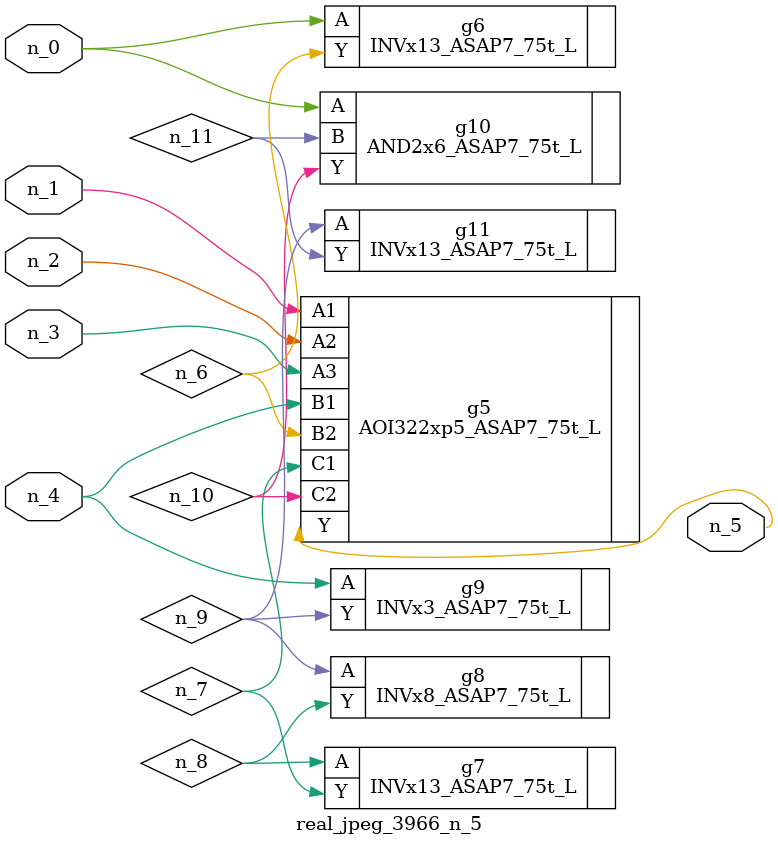
<source format=v>
module real_jpeg_3966_n_5 (n_4, n_0, n_1, n_2, n_3, n_5);

input n_4;
input n_0;
input n_1;
input n_2;
input n_3;

output n_5;

wire n_8;
wire n_11;
wire n_6;
wire n_7;
wire n_10;
wire n_9;

INVx13_ASAP7_75t_L g6 ( 
.A(n_0),
.Y(n_6)
);

AND2x6_ASAP7_75t_L g10 ( 
.A(n_0),
.B(n_11),
.Y(n_10)
);

AOI322xp5_ASAP7_75t_L g5 ( 
.A1(n_1),
.A2(n_2),
.A3(n_3),
.B1(n_4),
.B2(n_6),
.C1(n_7),
.C2(n_10),
.Y(n_5)
);

INVx3_ASAP7_75t_L g9 ( 
.A(n_4),
.Y(n_9)
);

INVx13_ASAP7_75t_L g7 ( 
.A(n_8),
.Y(n_7)
);

INVx8_ASAP7_75t_L g8 ( 
.A(n_9),
.Y(n_8)
);

INVx13_ASAP7_75t_L g11 ( 
.A(n_9),
.Y(n_11)
);


endmodule
</source>
